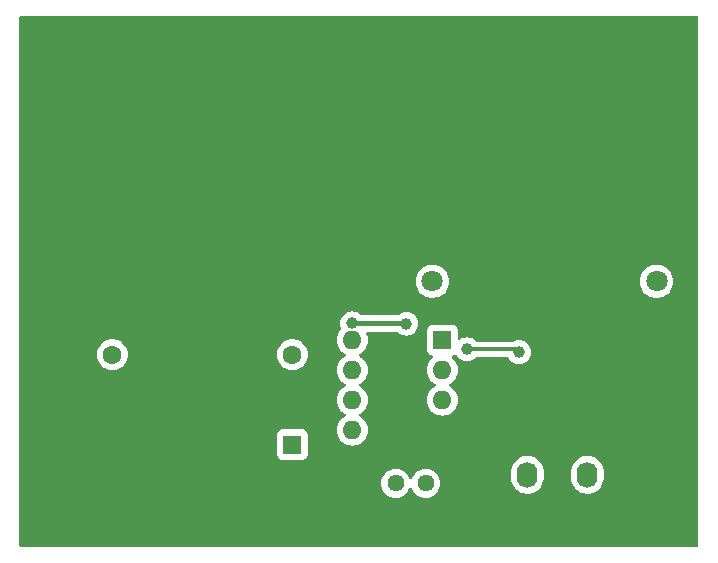
<source format=gbr>
%TF.GenerationSoftware,KiCad,Pcbnew,7.0.6-0*%
%TF.CreationDate,2023-12-30T17:32:03-06:00*%
%TF.ProjectId,LO_PLL,4c4f5f50-4c4c-42e6-9b69-6361645f7063,rev?*%
%TF.SameCoordinates,Original*%
%TF.FileFunction,Copper,L2,Bot*%
%TF.FilePolarity,Positive*%
%FSLAX46Y46*%
G04 Gerber Fmt 4.6, Leading zero omitted, Abs format (unit mm)*
G04 Created by KiCad (PCBNEW 7.0.6-0) date 2023-12-30 17:32:03*
%MOMM*%
%LPD*%
G01*
G04 APERTURE LIST*
G04 Aperture macros list*
%AMRoundRect*
0 Rectangle with rounded corners*
0 $1 Rounding radius*
0 $2 $3 $4 $5 $6 $7 $8 $9 X,Y pos of 4 corners*
0 Add a 4 corners polygon primitive as box body*
4,1,4,$2,$3,$4,$5,$6,$7,$8,$9,$2,$3,0*
0 Add four circle primitives for the rounded corners*
1,1,$1+$1,$2,$3*
1,1,$1+$1,$4,$5*
1,1,$1+$1,$6,$7*
1,1,$1+$1,$8,$9*
0 Add four rect primitives between the rounded corners*
20,1,$1+$1,$2,$3,$4,$5,0*
20,1,$1+$1,$4,$5,$6,$7,0*
20,1,$1+$1,$6,$7,$8,$9,0*
20,1,$1+$1,$8,$9,$2,$3,0*%
G04 Aperture macros list end*
%TA.AperFunction,SMDPad,CuDef*%
%ADD10R,1.350000X4.200000*%
%TD*%
%TA.AperFunction,ComponentPad*%
%ADD11R,1.800000X1.800000*%
%TD*%
%TA.AperFunction,ComponentPad*%
%ADD12C,1.800000*%
%TD*%
%TA.AperFunction,ComponentPad*%
%ADD13R,1.600000X1.600000*%
%TD*%
%TA.AperFunction,ComponentPad*%
%ADD14C,1.600000*%
%TD*%
%TA.AperFunction,ComponentPad*%
%ADD15RoundRect,0.250000X-0.620000X-0.845000X0.620000X-0.845000X0.620000X0.845000X-0.620000X0.845000X0*%
%TD*%
%TA.AperFunction,ComponentPad*%
%ADD16O,1.740000X2.190000*%
%TD*%
%TA.AperFunction,ComponentPad*%
%ADD17C,1.440000*%
%TD*%
%TA.AperFunction,ComponentPad*%
%ADD18O,1.600000X1.600000*%
%TD*%
%TA.AperFunction,ViaPad*%
%ADD19C,1.000000*%
%TD*%
%TA.AperFunction,ViaPad*%
%ADD20C,3.500000*%
%TD*%
%TA.AperFunction,Conductor*%
%ADD21C,0.300000*%
%TD*%
%TA.AperFunction,Conductor*%
%ADD22C,0.400000*%
%TD*%
G04 APERTURE END LIST*
D10*
%TO.P,J2,2,Ext*%
%TO.N,GND*%
X31775000Y-41812500D03*
X37425000Y-41812500D03*
%TD*%
D11*
%TO.P,D2,1,K*%
%TO.N,GND*%
X57030000Y-62120000D03*
D12*
%TO.P,D2,2,A*%
%TO.N,Net-(D2-Pad2)*%
X59570000Y-62120000D03*
%TD*%
D13*
%TO.P,X1,1,Vcontrol*%
%TO.N,Net-(C1-Pad1)*%
X47720000Y-75960000D03*
D14*
%TO.P,X1,7,GND*%
%TO.N,GND*%
X32480000Y-75960000D03*
%TO.P,X1,8,OUT*%
%TO.N,Net-(R3-Pad2)*%
X32480000Y-68340000D03*
%TO.P,X1,14,Vcc*%
%TO.N,Net-(C5-Pad2)*%
X47720000Y-68340000D03*
%TD*%
D15*
%TO.P,J1,1,Pin_1*%
%TO.N,GND*%
X65080000Y-78500000D03*
D16*
%TO.P,J1,2,Pin_2*%
%TO.N,Net-(C2-Pad1)*%
X67620000Y-78500000D03*
%TO.P,J1,3,Pin_3*%
%TO.N,GND*%
X70160000Y-78500000D03*
%TO.P,J1,4,Pin_4*%
%TO.N,/Vtune*%
X72700000Y-78500000D03*
%TD*%
D17*
%TO.P,RV1,1,1*%
%TO.N,+5V*%
X59010000Y-79230000D03*
%TO.P,RV1,2,2*%
%TO.N,Net-(R1-Pad1)*%
X56470000Y-79230000D03*
%TO.P,RV1,3,3*%
%TO.N,GND*%
X53930000Y-79230000D03*
%TD*%
D13*
%TO.P,U1,1,~{RESET}/PB5*%
%TO.N,Net-(U1-Pad1)*%
X60410000Y-67100000D03*
D18*
%TO.P,U1,2,XTAL1/PB3*%
%TO.N,Net-(U4-Pad14)*%
X60410000Y-69640000D03*
%TO.P,U1,3,XTAL2/PB4*%
%TO.N,Net-(U4-Pad13)*%
X60410000Y-72180000D03*
%TO.P,U1,4,GND*%
%TO.N,GND*%
X60410000Y-74720000D03*
%TO.P,U1,5,AREF/PB0*%
%TO.N,Net-(U4-Pad12)*%
X52790000Y-74720000D03*
%TO.P,U1,6,PB1*%
%TO.N,Net-(U4-Pad11)*%
X52790000Y-72180000D03*
%TO.P,U1,7,PB2*%
%TO.N,Net-(U4-Pad10)*%
X52790000Y-69640000D03*
%TO.P,U1,8,VCC*%
%TO.N,+3.3V*%
X52790000Y-67100000D03*
%TD*%
D11*
%TO.P,D1,1,K*%
%TO.N,GND*%
X76010000Y-62120000D03*
D12*
%TO.P,D1,2,A*%
%TO.N,Net-(D1-Pad2)*%
X78550000Y-62120000D03*
%TD*%
D19*
%TO.N,GND*%
X32100000Y-49150000D03*
X77100000Y-74150000D03*
X32100000Y-56650000D03*
X36600000Y-49150000D03*
D20*
X27100000Y-82150000D03*
D19*
X73100000Y-74150000D03*
X63600000Y-41650000D03*
D20*
X27100000Y-42150000D03*
D19*
X36600000Y-53150000D03*
X56600000Y-58150000D03*
X37600000Y-41650000D03*
X64600000Y-74650000D03*
X41600000Y-44650000D03*
X59600000Y-43650000D03*
X34600000Y-59650000D03*
D20*
X79600000Y-82150000D03*
D19*
X73100000Y-62150000D03*
X32100000Y-46150000D03*
X32100000Y-53150000D03*
D20*
X79600000Y-42150000D03*
D19*
X54100000Y-47150000D03*
X57600000Y-82650000D03*
X48100000Y-48150000D03*
X52350000Y-57100000D03*
X63100000Y-82650000D03*
X36600000Y-46150000D03*
X52100000Y-52650000D03*
X77100000Y-49650000D03*
X62600000Y-59150000D03*
X39100000Y-56150000D03*
X47100000Y-65650000D03*
X31600000Y-41650000D03*
X36600000Y-62650000D03*
X45100000Y-61150000D03*
X61600000Y-52650000D03*
X39100000Y-76150000D03*
X40600000Y-53150000D03*
X47100000Y-42150000D03*
X48100000Y-62150000D03*
X52600000Y-42650000D03*
X56100000Y-73150000D03*
X62100000Y-76650000D03*
X49600000Y-52650000D03*
X40600000Y-49150000D03*
X50600000Y-73150000D03*
X61600000Y-57150000D03*
X44100000Y-55650000D03*
X58600000Y-76150000D03*
X34600000Y-66150000D03*
X58100000Y-52650000D03*
X54600000Y-61150000D03*
X36600000Y-55650000D03*
X50600000Y-79650000D03*
X62600000Y-71650000D03*
X54100000Y-50150000D03*
X51600000Y-82650000D03*
X30600000Y-66150000D03*
X52600000Y-59150000D03*
X57100000Y-50150000D03*
X69100000Y-82650000D03*
X61600000Y-78650000D03*
X39100000Y-62650000D03*
X52600000Y-45650000D03*
X62600000Y-62650000D03*
X44600000Y-53150000D03*
X58100000Y-47650000D03*
X52300000Y-55350000D03*
X44600000Y-49150000D03*
%TO.N,+3.3V*%
X66910000Y-68130000D03*
X52780000Y-65690000D03*
X62495500Y-67880000D03*
X57370000Y-65710000D03*
%TD*%
D21*
%TO.N,+3.3V*%
X62495500Y-67880000D02*
X66660000Y-67880000D01*
D22*
X57350000Y-65690000D02*
X57370000Y-65710000D01*
D21*
X66660000Y-67880000D02*
X66910000Y-68130000D01*
D22*
X52780000Y-65690000D02*
X57350000Y-65690000D01*
%TD*%
%TA.AperFunction,Conductor*%
%TO.N,GND*%
G36*
X82031621Y-39680502D02*
G01*
X82078114Y-39734158D01*
X82089500Y-39786500D01*
X82089500Y-84513500D01*
X82069498Y-84581621D01*
X82015842Y-84628114D01*
X81963500Y-84639500D01*
X24736500Y-84639500D01*
X24668379Y-84619498D01*
X24621886Y-84565842D01*
X24610500Y-84513500D01*
X24610500Y-79230000D01*
X55236807Y-79230000D01*
X55255542Y-79444141D01*
X55311177Y-79651774D01*
X55311179Y-79651780D01*
X55402024Y-79846597D01*
X55515545Y-80008723D01*
X55525319Y-80022681D01*
X55677319Y-80174681D01*
X55853403Y-80297976D01*
X56048223Y-80388822D01*
X56255858Y-80444458D01*
X56470000Y-80463193D01*
X56684142Y-80444458D01*
X56891777Y-80388822D01*
X57086597Y-80297976D01*
X57262681Y-80174681D01*
X57414681Y-80022681D01*
X57537976Y-79846597D01*
X57625805Y-79658244D01*
X57672722Y-79604961D01*
X57740999Y-79585500D01*
X57808959Y-79606042D01*
X57854194Y-79658244D01*
X57937697Y-79837317D01*
X57942024Y-79846597D01*
X58055545Y-80008723D01*
X58065319Y-80022681D01*
X58217319Y-80174681D01*
X58393403Y-80297976D01*
X58588223Y-80388822D01*
X58795858Y-80444458D01*
X59010000Y-80463193D01*
X59224142Y-80444458D01*
X59431777Y-80388822D01*
X59626597Y-80297976D01*
X59802681Y-80174681D01*
X59954681Y-80022681D01*
X60077976Y-79846597D01*
X60168822Y-79651777D01*
X60224458Y-79444142D01*
X60243193Y-79230000D01*
X60224458Y-79015858D01*
X60168822Y-78808223D01*
X60157320Y-78783558D01*
X66241500Y-78783558D01*
X66256415Y-78958805D01*
X66256417Y-78958818D01*
X66315540Y-79185884D01*
X66315543Y-79185891D01*
X66315544Y-79185894D01*
X66412199Y-79399718D01*
X66543600Y-79594132D01*
X66543602Y-79594134D01*
X66543605Y-79594138D01*
X66628091Y-79682289D01*
X66705967Y-79763543D01*
X66894629Y-79903077D01*
X67104159Y-80008720D01*
X67328529Y-80077432D01*
X67561283Y-80107237D01*
X67795727Y-80097278D01*
X68025116Y-80047841D01*
X68242850Y-79960349D01*
X68376059Y-79878327D01*
X68442662Y-79837319D01*
X68442662Y-79837318D01*
X68442665Y-79837317D01*
X68618815Y-79682286D01*
X68766230Y-79499716D01*
X68880670Y-79294859D01*
X68958843Y-79073608D01*
X68998500Y-78842328D01*
X68998500Y-78783558D01*
X71321500Y-78783558D01*
X71336415Y-78958805D01*
X71336417Y-78958818D01*
X71395540Y-79185884D01*
X71395543Y-79185891D01*
X71395544Y-79185894D01*
X71492199Y-79399718D01*
X71623600Y-79594132D01*
X71623602Y-79594134D01*
X71623605Y-79594138D01*
X71708091Y-79682289D01*
X71785967Y-79763543D01*
X71974629Y-79903077D01*
X72184159Y-80008720D01*
X72408529Y-80077432D01*
X72641283Y-80107237D01*
X72875727Y-80097278D01*
X73105116Y-80047841D01*
X73322850Y-79960349D01*
X73456059Y-79878327D01*
X73522662Y-79837319D01*
X73522662Y-79837318D01*
X73522665Y-79837317D01*
X73698815Y-79682286D01*
X73846230Y-79499716D01*
X73960670Y-79294859D01*
X74038843Y-79073608D01*
X74078500Y-78842328D01*
X74078500Y-78216442D01*
X74063584Y-78041190D01*
X74033693Y-77926392D01*
X74004459Y-77814115D01*
X74004457Y-77814111D01*
X74004456Y-77814106D01*
X73907801Y-77600282D01*
X73776400Y-77405868D01*
X73776396Y-77405864D01*
X73776394Y-77405861D01*
X73614035Y-77236459D01*
X73614034Y-77236458D01*
X73614033Y-77236457D01*
X73425371Y-77096923D01*
X73215841Y-76991280D01*
X73215835Y-76991278D01*
X73215830Y-76991276D01*
X72991471Y-76922568D01*
X72758717Y-76892763D01*
X72758713Y-76892763D01*
X72758705Y-76892762D01*
X72524272Y-76902721D01*
X72294881Y-76952159D01*
X72077147Y-77039652D01*
X72077143Y-77039654D01*
X71877337Y-77162680D01*
X71701188Y-77317710D01*
X71553771Y-77500283D01*
X71439329Y-77705142D01*
X71361158Y-77926385D01*
X71321500Y-78157674D01*
X71321500Y-78783558D01*
X68998500Y-78783558D01*
X68998500Y-78216442D01*
X68983584Y-78041190D01*
X68953693Y-77926392D01*
X68924459Y-77814115D01*
X68924457Y-77814111D01*
X68924456Y-77814106D01*
X68827801Y-77600282D01*
X68696400Y-77405868D01*
X68696396Y-77405864D01*
X68696394Y-77405861D01*
X68534035Y-77236459D01*
X68534034Y-77236458D01*
X68534033Y-77236457D01*
X68345371Y-77096923D01*
X68135841Y-76991280D01*
X68135835Y-76991278D01*
X68135830Y-76991276D01*
X67911471Y-76922568D01*
X67678717Y-76892763D01*
X67678713Y-76892763D01*
X67678705Y-76892762D01*
X67444272Y-76902721D01*
X67214881Y-76952159D01*
X66997147Y-77039652D01*
X66997143Y-77039654D01*
X66797337Y-77162680D01*
X66621188Y-77317710D01*
X66473771Y-77500283D01*
X66359329Y-77705142D01*
X66281158Y-77926385D01*
X66241500Y-78157674D01*
X66241500Y-78783558D01*
X60157320Y-78783558D01*
X60077976Y-78613404D01*
X60077975Y-78613403D01*
X60077974Y-78613400D01*
X59954685Y-78437323D01*
X59954682Y-78437320D01*
X59954675Y-78437313D01*
X59802681Y-78285319D01*
X59626597Y-78162024D01*
X59617264Y-78157672D01*
X59431780Y-78071179D01*
X59431774Y-78071177D01*
X59319827Y-78041181D01*
X59224142Y-78015542D01*
X59010000Y-77996807D01*
X59009999Y-77996807D01*
X58795858Y-78015542D01*
X58588225Y-78071177D01*
X58588220Y-78071179D01*
X58393400Y-78162025D01*
X58217323Y-78285314D01*
X58217313Y-78285323D01*
X58065323Y-78437313D01*
X58065314Y-78437323D01*
X57942025Y-78613400D01*
X57854195Y-78801753D01*
X57807278Y-78855038D01*
X57739000Y-78874499D01*
X57671040Y-78853957D01*
X57625805Y-78801753D01*
X57537974Y-78613400D01*
X57414685Y-78437323D01*
X57414682Y-78437320D01*
X57414675Y-78437313D01*
X57262681Y-78285319D01*
X57086597Y-78162024D01*
X57077264Y-78157672D01*
X56891780Y-78071179D01*
X56891774Y-78071177D01*
X56779827Y-78041181D01*
X56684142Y-78015542D01*
X56470000Y-77996807D01*
X56469999Y-77996807D01*
X56255858Y-78015542D01*
X56048225Y-78071177D01*
X56048220Y-78071179D01*
X55853400Y-78162025D01*
X55677323Y-78285314D01*
X55677313Y-78285323D01*
X55525323Y-78437313D01*
X55525314Y-78437323D01*
X55402025Y-78613400D01*
X55311179Y-78808220D01*
X55311177Y-78808225D01*
X55255542Y-79015858D01*
X55236807Y-79230000D01*
X24610500Y-79230000D01*
X24610500Y-76808649D01*
X46411500Y-76808649D01*
X46418009Y-76869196D01*
X46418011Y-76869204D01*
X46469110Y-77006202D01*
X46469112Y-77006207D01*
X46556738Y-77123261D01*
X46673792Y-77210887D01*
X46673794Y-77210888D01*
X46673796Y-77210889D01*
X46732875Y-77232924D01*
X46810795Y-77261988D01*
X46810803Y-77261990D01*
X46871350Y-77268499D01*
X46871355Y-77268499D01*
X46871362Y-77268500D01*
X46871368Y-77268500D01*
X48568632Y-77268500D01*
X48568638Y-77268500D01*
X48568645Y-77268499D01*
X48568649Y-77268499D01*
X48629196Y-77261990D01*
X48629199Y-77261989D01*
X48629201Y-77261989D01*
X48766204Y-77210889D01*
X48883261Y-77123261D01*
X48970889Y-77006204D01*
X49021989Y-76869201D01*
X49028500Y-76808638D01*
X49028500Y-75111362D01*
X49028499Y-75111350D01*
X49021990Y-75050803D01*
X49021988Y-75050795D01*
X48983679Y-74948087D01*
X48970889Y-74913796D01*
X48970888Y-74913794D01*
X48970887Y-74913792D01*
X48883261Y-74796738D01*
X48780752Y-74720000D01*
X51476502Y-74720000D01*
X51496457Y-74948086D01*
X51540203Y-75111350D01*
X51555716Y-75169243D01*
X51652477Y-75376749D01*
X51783802Y-75564300D01*
X51945700Y-75726198D01*
X52133251Y-75857523D01*
X52340757Y-75954284D01*
X52561913Y-76013543D01*
X52790000Y-76033498D01*
X53018087Y-76013543D01*
X53239243Y-75954284D01*
X53446749Y-75857523D01*
X53634300Y-75726198D01*
X53796198Y-75564300D01*
X53927523Y-75376749D01*
X54024284Y-75169243D01*
X54083543Y-74948087D01*
X54103498Y-74720000D01*
X54083543Y-74491913D01*
X54024284Y-74270757D01*
X53927523Y-74063251D01*
X53796198Y-73875700D01*
X53634300Y-73713802D01*
X53446749Y-73582477D01*
X53407543Y-73564195D01*
X53354258Y-73517279D01*
X53334796Y-73449002D01*
X53355337Y-73381042D01*
X53407543Y-73335805D01*
X53409997Y-73334660D01*
X53446749Y-73317523D01*
X53634300Y-73186198D01*
X53796198Y-73024300D01*
X53927523Y-72836749D01*
X54024284Y-72629243D01*
X54083543Y-72408087D01*
X54103498Y-72180000D01*
X59096502Y-72180000D01*
X59116457Y-72408087D01*
X59175716Y-72629243D01*
X59272477Y-72836749D01*
X59403802Y-73024300D01*
X59565700Y-73186198D01*
X59753251Y-73317523D01*
X59960757Y-73414284D01*
X60181913Y-73473543D01*
X60410000Y-73493498D01*
X60638087Y-73473543D01*
X60859243Y-73414284D01*
X61066749Y-73317523D01*
X61254300Y-73186198D01*
X61416198Y-73024300D01*
X61547523Y-72836749D01*
X61644284Y-72629243D01*
X61703543Y-72408087D01*
X61723498Y-72180000D01*
X61703543Y-71951913D01*
X61644284Y-71730757D01*
X61547523Y-71523251D01*
X61416198Y-71335700D01*
X61254300Y-71173802D01*
X61066749Y-71042477D01*
X61027543Y-71024195D01*
X60974258Y-70977279D01*
X60954796Y-70909002D01*
X60975337Y-70841042D01*
X61027543Y-70795805D01*
X61029997Y-70794660D01*
X61066749Y-70777523D01*
X61254300Y-70646198D01*
X61416198Y-70484300D01*
X61547523Y-70296749D01*
X61644284Y-70089243D01*
X61703543Y-69868087D01*
X61723498Y-69640000D01*
X61703543Y-69411913D01*
X61644284Y-69190757D01*
X61547523Y-68983251D01*
X61416198Y-68795700D01*
X61254300Y-68633802D01*
X61254295Y-68633799D01*
X61254292Y-68633796D01*
X61250995Y-68631487D01*
X61206669Y-68576028D01*
X61199363Y-68505409D01*
X61231396Y-68442049D01*
X61292599Y-68406067D01*
X61309801Y-68402999D01*
X61319201Y-68401989D01*
X61456204Y-68350889D01*
X61456216Y-68350879D01*
X61458760Y-68349491D01*
X61461623Y-68348867D01*
X61464647Y-68347740D01*
X61464809Y-68348174D01*
X61528132Y-68334392D01*
X61594655Y-68359195D01*
X61630279Y-68400674D01*
X61632974Y-68405716D01*
X61652906Y-68443006D01*
X61701713Y-68502477D01*
X61778932Y-68596568D01*
X61932496Y-68722595D01*
X62107696Y-68816241D01*
X62297799Y-68873908D01*
X62297803Y-68873908D01*
X62297805Y-68873909D01*
X62495497Y-68893380D01*
X62495500Y-68893380D01*
X62495503Y-68893380D01*
X62693194Y-68873909D01*
X62693195Y-68873908D01*
X62693201Y-68873908D01*
X62883304Y-68816241D01*
X63058504Y-68722595D01*
X63212068Y-68596568D01*
X63221917Y-68584566D01*
X63280595Y-68544597D01*
X63319317Y-68538500D01*
X65909300Y-68538500D01*
X65977421Y-68558502D01*
X66020420Y-68605102D01*
X66067405Y-68693004D01*
X66193432Y-68846568D01*
X66346996Y-68972595D01*
X66522196Y-69066241D01*
X66712299Y-69123908D01*
X66712303Y-69123908D01*
X66712305Y-69123909D01*
X66909997Y-69143380D01*
X66910000Y-69143380D01*
X66910003Y-69143380D01*
X67107694Y-69123909D01*
X67107695Y-69123908D01*
X67107701Y-69123908D01*
X67297804Y-69066241D01*
X67473004Y-68972595D01*
X67626568Y-68846568D01*
X67752595Y-68693004D01*
X67846241Y-68517804D01*
X67903908Y-68327701D01*
X67906369Y-68302722D01*
X67923380Y-68130003D01*
X67923380Y-68129996D01*
X67903909Y-67932305D01*
X67903908Y-67932303D01*
X67903908Y-67932299D01*
X67846241Y-67742196D01*
X67752595Y-67566996D01*
X67626568Y-67413432D01*
X67473004Y-67287405D01*
X67297804Y-67193759D01*
X67107701Y-67136092D01*
X67107700Y-67136091D01*
X67107694Y-67136090D01*
X66910003Y-67116620D01*
X66909997Y-67116620D01*
X66712305Y-67136090D01*
X66522195Y-67193759D01*
X66498131Y-67206622D01*
X66438735Y-67221500D01*
X63319317Y-67221500D01*
X63251196Y-67201498D01*
X63221918Y-67175434D01*
X63212068Y-67163432D01*
X63058504Y-67037405D01*
X62883304Y-66943759D01*
X62693194Y-66886090D01*
X62495503Y-66866620D01*
X62495497Y-66866620D01*
X62297805Y-66886090D01*
X62107695Y-66943759D01*
X61932492Y-67037406D01*
X61924432Y-67044022D01*
X61859085Y-67071775D01*
X61789107Y-67059793D01*
X61736716Y-67011879D01*
X61718500Y-66946622D01*
X61718500Y-66251367D01*
X61718499Y-66251350D01*
X61711990Y-66190803D01*
X61711988Y-66190795D01*
X61669845Y-66077809D01*
X61660889Y-66053796D01*
X61660888Y-66053794D01*
X61660887Y-66053792D01*
X61573261Y-65936738D01*
X61456207Y-65849112D01*
X61456202Y-65849110D01*
X61319204Y-65798011D01*
X61319196Y-65798009D01*
X61258649Y-65791500D01*
X61258638Y-65791500D01*
X59561362Y-65791500D01*
X59561350Y-65791500D01*
X59500803Y-65798009D01*
X59500795Y-65798011D01*
X59363797Y-65849110D01*
X59363792Y-65849112D01*
X59246738Y-65936738D01*
X59159112Y-66053792D01*
X59159110Y-66053797D01*
X59108011Y-66190795D01*
X59108009Y-66190803D01*
X59101500Y-66251350D01*
X59101500Y-67948649D01*
X59108009Y-68009196D01*
X59108011Y-68009204D01*
X59159110Y-68146202D01*
X59159112Y-68146207D01*
X59246738Y-68263261D01*
X59363792Y-68350887D01*
X59363794Y-68350888D01*
X59363796Y-68350889D01*
X59500799Y-68401989D01*
X59510191Y-68402998D01*
X59575784Y-68430163D01*
X59616279Y-68488479D01*
X59618817Y-68559430D01*
X59582593Y-68620490D01*
X59569010Y-68631483D01*
X59565708Y-68633795D01*
X59565697Y-68633804D01*
X59403804Y-68795697D01*
X59403799Y-68795703D01*
X59272477Y-68983250D01*
X59175717Y-69190753D01*
X59175716Y-69190757D01*
X59116457Y-69411913D01*
X59096502Y-69640000D01*
X59116457Y-69868087D01*
X59175716Y-70089243D01*
X59272477Y-70296749D01*
X59403802Y-70484300D01*
X59565700Y-70646198D01*
X59753251Y-70777523D01*
X59788359Y-70793894D01*
X59792457Y-70795805D01*
X59845742Y-70842722D01*
X59865203Y-70910999D01*
X59844661Y-70978959D01*
X59792457Y-71024195D01*
X59753250Y-71042477D01*
X59565703Y-71173799D01*
X59565697Y-71173804D01*
X59403804Y-71335697D01*
X59403799Y-71335703D01*
X59272477Y-71523250D01*
X59175717Y-71730753D01*
X59175716Y-71730757D01*
X59116457Y-71951913D01*
X59096502Y-72180000D01*
X54103498Y-72180000D01*
X54083543Y-71951913D01*
X54024284Y-71730757D01*
X53927523Y-71523251D01*
X53796198Y-71335700D01*
X53634300Y-71173802D01*
X53446749Y-71042477D01*
X53407543Y-71024195D01*
X53354258Y-70977279D01*
X53334796Y-70909002D01*
X53355337Y-70841042D01*
X53407543Y-70795805D01*
X53409997Y-70794660D01*
X53446749Y-70777523D01*
X53634300Y-70646198D01*
X53796198Y-70484300D01*
X53927523Y-70296749D01*
X54024284Y-70089243D01*
X54083543Y-69868087D01*
X54103498Y-69640000D01*
X54083543Y-69411913D01*
X54024284Y-69190757D01*
X53927523Y-68983251D01*
X53796198Y-68795700D01*
X53634300Y-68633802D01*
X53634291Y-68633796D01*
X53551790Y-68576028D01*
X53446749Y-68502477D01*
X53407543Y-68484195D01*
X53354258Y-68437279D01*
X53334796Y-68369002D01*
X53355337Y-68301042D01*
X53407543Y-68255805D01*
X53409997Y-68254660D01*
X53446749Y-68237523D01*
X53634300Y-68106198D01*
X53796198Y-67944300D01*
X53927523Y-67756749D01*
X54024284Y-67549243D01*
X54083543Y-67328087D01*
X54103498Y-67100000D01*
X54083543Y-66871913D01*
X54024284Y-66650757D01*
X54022178Y-66646240D01*
X53990241Y-66577749D01*
X53979580Y-66507557D01*
X54008561Y-66442745D01*
X54067981Y-66403889D01*
X54104436Y-66398500D01*
X56574148Y-66398500D01*
X56642269Y-66418502D01*
X56654077Y-66427097D01*
X56806996Y-66552595D01*
X56982196Y-66646241D01*
X57172299Y-66703908D01*
X57172303Y-66703908D01*
X57172305Y-66703909D01*
X57369997Y-66723380D01*
X57370000Y-66723380D01*
X57370003Y-66723380D01*
X57567694Y-66703909D01*
X57567695Y-66703908D01*
X57567701Y-66703908D01*
X57757804Y-66646241D01*
X57933004Y-66552595D01*
X58086568Y-66426568D01*
X58212595Y-66273004D01*
X58306241Y-66097804D01*
X58363908Y-65907701D01*
X58383380Y-65710000D01*
X58383380Y-65709996D01*
X58363909Y-65512305D01*
X58363908Y-65512303D01*
X58363908Y-65512299D01*
X58306241Y-65322196D01*
X58212595Y-65146996D01*
X58086568Y-64993432D01*
X57933004Y-64867405D01*
X57757804Y-64773759D01*
X57567701Y-64716092D01*
X57567700Y-64716091D01*
X57567694Y-64716090D01*
X57370003Y-64696620D01*
X57369997Y-64696620D01*
X57172305Y-64716090D01*
X56982195Y-64773759D01*
X56806992Y-64867406D01*
X56806992Y-64867407D01*
X56702820Y-64952899D01*
X56637473Y-64980653D01*
X56622887Y-64981500D01*
X53551482Y-64981500D01*
X53483361Y-64961498D01*
X53471552Y-64952902D01*
X53343004Y-64847405D01*
X53167804Y-64753759D01*
X52977701Y-64696092D01*
X52977700Y-64696091D01*
X52977694Y-64696090D01*
X52780003Y-64676620D01*
X52779997Y-64676620D01*
X52582305Y-64696090D01*
X52392195Y-64753759D01*
X52216995Y-64847405D01*
X52063432Y-64973432D01*
X51937405Y-65126995D01*
X51843759Y-65302195D01*
X51786090Y-65492305D01*
X51766620Y-65689996D01*
X51766620Y-65690003D01*
X51786090Y-65887694D01*
X51843760Y-66077809D01*
X51846083Y-66083416D01*
X51853673Y-66154005D01*
X51821895Y-66217493D01*
X51818772Y-66220729D01*
X51783801Y-66255700D01*
X51652477Y-66443250D01*
X51555717Y-66650753D01*
X51555715Y-66650759D01*
X51497875Y-66866620D01*
X51496457Y-66871913D01*
X51476502Y-67100000D01*
X51496457Y-67328087D01*
X51497989Y-67333804D01*
X51555715Y-67549240D01*
X51555717Y-67549246D01*
X51645690Y-67742195D01*
X51652477Y-67756749D01*
X51783802Y-67944300D01*
X51945700Y-68106198D01*
X52133251Y-68237523D01*
X52168359Y-68253894D01*
X52172457Y-68255805D01*
X52225742Y-68302722D01*
X52245203Y-68370999D01*
X52224661Y-68438959D01*
X52172457Y-68484195D01*
X52133250Y-68502477D01*
X51945703Y-68633799D01*
X51945697Y-68633804D01*
X51783804Y-68795697D01*
X51783799Y-68795703D01*
X51652477Y-68983250D01*
X51555717Y-69190753D01*
X51555716Y-69190757D01*
X51496457Y-69411913D01*
X51476502Y-69640000D01*
X51496457Y-69868087D01*
X51555716Y-70089243D01*
X51652477Y-70296749D01*
X51783802Y-70484300D01*
X51945700Y-70646198D01*
X52133251Y-70777523D01*
X52168359Y-70793894D01*
X52172457Y-70795805D01*
X52225742Y-70842722D01*
X52245203Y-70910999D01*
X52224661Y-70978959D01*
X52172457Y-71024195D01*
X52133250Y-71042477D01*
X51945703Y-71173799D01*
X51945697Y-71173804D01*
X51783804Y-71335697D01*
X51783799Y-71335703D01*
X51652477Y-71523250D01*
X51555717Y-71730753D01*
X51555716Y-71730757D01*
X51496457Y-71951913D01*
X51476502Y-72180000D01*
X51496457Y-72408087D01*
X51555716Y-72629243D01*
X51652477Y-72836749D01*
X51783802Y-73024300D01*
X51945700Y-73186198D01*
X52133251Y-73317523D01*
X52168359Y-73333894D01*
X52172457Y-73335805D01*
X52225742Y-73382722D01*
X52245203Y-73450999D01*
X52224661Y-73518959D01*
X52172457Y-73564195D01*
X52133250Y-73582477D01*
X51945703Y-73713799D01*
X51945697Y-73713804D01*
X51783804Y-73875697D01*
X51783799Y-73875703D01*
X51652477Y-74063250D01*
X51555717Y-74270753D01*
X51555715Y-74270759D01*
X51496457Y-74491913D01*
X51476502Y-74720000D01*
X48780752Y-74720000D01*
X48766207Y-74709112D01*
X48766202Y-74709110D01*
X48629204Y-74658011D01*
X48629196Y-74658009D01*
X48568649Y-74651500D01*
X48568638Y-74651500D01*
X46871362Y-74651500D01*
X46871350Y-74651500D01*
X46810803Y-74658009D01*
X46810795Y-74658011D01*
X46673797Y-74709110D01*
X46673792Y-74709112D01*
X46556738Y-74796738D01*
X46469112Y-74913792D01*
X46469110Y-74913797D01*
X46418011Y-75050795D01*
X46418009Y-75050803D01*
X46411500Y-75111350D01*
X46411500Y-76808649D01*
X24610500Y-76808649D01*
X24610500Y-68340000D01*
X31166502Y-68340000D01*
X31186457Y-68568087D01*
X31204066Y-68633804D01*
X31245715Y-68789240D01*
X31245717Y-68789246D01*
X31331213Y-68972594D01*
X31342477Y-68996749D01*
X31473802Y-69184300D01*
X31635700Y-69346198D01*
X31823251Y-69477523D01*
X32030757Y-69574284D01*
X32251913Y-69633543D01*
X32480000Y-69653498D01*
X32708087Y-69633543D01*
X32929243Y-69574284D01*
X33136749Y-69477523D01*
X33324300Y-69346198D01*
X33486198Y-69184300D01*
X33617523Y-68996749D01*
X33714284Y-68789243D01*
X33773543Y-68568087D01*
X33793498Y-68340000D01*
X46406502Y-68340000D01*
X46426457Y-68568087D01*
X46444066Y-68633804D01*
X46485715Y-68789240D01*
X46485717Y-68789246D01*
X46571213Y-68972594D01*
X46582477Y-68996749D01*
X46713802Y-69184300D01*
X46875700Y-69346198D01*
X47063251Y-69477523D01*
X47270757Y-69574284D01*
X47491913Y-69633543D01*
X47720000Y-69653498D01*
X47948087Y-69633543D01*
X48169243Y-69574284D01*
X48376749Y-69477523D01*
X48564300Y-69346198D01*
X48726198Y-69184300D01*
X48857523Y-68996749D01*
X48954284Y-68789243D01*
X49013543Y-68568087D01*
X49033498Y-68340000D01*
X49013543Y-68111913D01*
X48954284Y-67890757D01*
X48857523Y-67683251D01*
X48726198Y-67495700D01*
X48564300Y-67333802D01*
X48498038Y-67287405D01*
X48376749Y-67202477D01*
X48169246Y-67105717D01*
X48169240Y-67105715D01*
X47997857Y-67059793D01*
X47948087Y-67046457D01*
X47720000Y-67026502D01*
X47491913Y-67046457D01*
X47270759Y-67105715D01*
X47270753Y-67105717D01*
X47063250Y-67202477D01*
X46875703Y-67333799D01*
X46875697Y-67333804D01*
X46713804Y-67495697D01*
X46713799Y-67495703D01*
X46582477Y-67683250D01*
X46485717Y-67890753D01*
X46485715Y-67890759D01*
X46453980Y-68009196D01*
X46426457Y-68111913D01*
X46406502Y-68340000D01*
X33793498Y-68340000D01*
X33773543Y-68111913D01*
X33714284Y-67890757D01*
X33617523Y-67683251D01*
X33486198Y-67495700D01*
X33324300Y-67333802D01*
X33258038Y-67287405D01*
X33136749Y-67202477D01*
X32929246Y-67105717D01*
X32929240Y-67105715D01*
X32757857Y-67059793D01*
X32708087Y-67046457D01*
X32480000Y-67026502D01*
X32251913Y-67046457D01*
X32030759Y-67105715D01*
X32030753Y-67105717D01*
X31823250Y-67202477D01*
X31635703Y-67333799D01*
X31635697Y-67333804D01*
X31473804Y-67495697D01*
X31473799Y-67495703D01*
X31342477Y-67683250D01*
X31245717Y-67890753D01*
X31245715Y-67890759D01*
X31213980Y-68009196D01*
X31186457Y-68111913D01*
X31166502Y-68340000D01*
X24610500Y-68340000D01*
X24610500Y-62120000D01*
X58156673Y-62120000D01*
X58175950Y-62352633D01*
X58233249Y-62578903D01*
X58233252Y-62578910D01*
X58327015Y-62792668D01*
X58454685Y-62988083D01*
X58612774Y-63159813D01*
X58612778Y-63159817D01*
X58678650Y-63211087D01*
X58796983Y-63303190D01*
X59002273Y-63414287D01*
X59223049Y-63490080D01*
X59453288Y-63528500D01*
X59453292Y-63528500D01*
X59686708Y-63528500D01*
X59686712Y-63528500D01*
X59916951Y-63490080D01*
X60137727Y-63414287D01*
X60343017Y-63303190D01*
X60527220Y-63159818D01*
X60685314Y-62988083D01*
X60812984Y-62792669D01*
X60906749Y-62578907D01*
X60964051Y-62352626D01*
X60983327Y-62120000D01*
X60983327Y-62119999D01*
X77136673Y-62119999D01*
X77155950Y-62352633D01*
X77213249Y-62578903D01*
X77213252Y-62578910D01*
X77307015Y-62792668D01*
X77434685Y-62988083D01*
X77592774Y-63159813D01*
X77592778Y-63159817D01*
X77658650Y-63211087D01*
X77776983Y-63303190D01*
X77982273Y-63414287D01*
X78203049Y-63490080D01*
X78433288Y-63528500D01*
X78433292Y-63528500D01*
X78666708Y-63528500D01*
X78666712Y-63528500D01*
X78896951Y-63490080D01*
X79117727Y-63414287D01*
X79323017Y-63303190D01*
X79507220Y-63159818D01*
X79665314Y-62988083D01*
X79792984Y-62792669D01*
X79886749Y-62578907D01*
X79944051Y-62352626D01*
X79963327Y-62120000D01*
X79944051Y-61887374D01*
X79886749Y-61661093D01*
X79792984Y-61447331D01*
X79665314Y-61251916D01*
X79507225Y-61080186D01*
X79507221Y-61080182D01*
X79415118Y-61008496D01*
X79323017Y-60936810D01*
X79117727Y-60825713D01*
X79117724Y-60825712D01*
X79117723Y-60825711D01*
X78896955Y-60749921D01*
X78896948Y-60749919D01*
X78798411Y-60733476D01*
X78666712Y-60711500D01*
X78433288Y-60711500D01*
X78318066Y-60730727D01*
X78203051Y-60749919D01*
X78203044Y-60749921D01*
X77982276Y-60825711D01*
X77982273Y-60825713D01*
X77776985Y-60936809D01*
X77776983Y-60936810D01*
X77592778Y-61080182D01*
X77592774Y-61080186D01*
X77434685Y-61251916D01*
X77307015Y-61447331D01*
X77213252Y-61661089D01*
X77213249Y-61661096D01*
X77155950Y-61887366D01*
X77136673Y-62119999D01*
X60983327Y-62119999D01*
X60964051Y-61887374D01*
X60906749Y-61661093D01*
X60812984Y-61447331D01*
X60812983Y-61447331D01*
X60685314Y-61251916D01*
X60527225Y-61080186D01*
X60527221Y-61080182D01*
X60435118Y-61008496D01*
X60343017Y-60936810D01*
X60137727Y-60825713D01*
X60137724Y-60825712D01*
X60137723Y-60825711D01*
X59916955Y-60749921D01*
X59916948Y-60749919D01*
X59818411Y-60733476D01*
X59686712Y-60711500D01*
X59453288Y-60711500D01*
X59338066Y-60730727D01*
X59223051Y-60749919D01*
X59223044Y-60749921D01*
X59002276Y-60825711D01*
X59002273Y-60825713D01*
X58796985Y-60936809D01*
X58796983Y-60936810D01*
X58612778Y-61080182D01*
X58612774Y-61080186D01*
X58454685Y-61251916D01*
X58327015Y-61447331D01*
X58233252Y-61661089D01*
X58233249Y-61661096D01*
X58175950Y-61887366D01*
X58156673Y-62120000D01*
X24610500Y-62120000D01*
X24610500Y-39786500D01*
X24630502Y-39718379D01*
X24684158Y-39671886D01*
X24736500Y-39660500D01*
X81963500Y-39660500D01*
X82031621Y-39680502D01*
G37*
%TD.AperFunction*%
%TD*%
M02*

</source>
